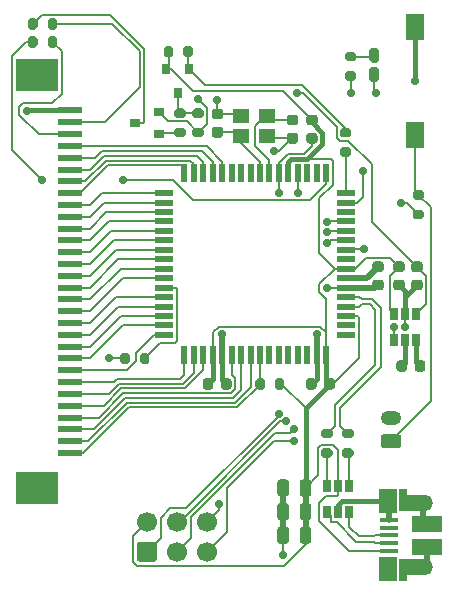
<source format=gbr>
G04 #@! TF.GenerationSoftware,KiCad,Pcbnew,(5.1.8)-1*
G04 #@! TF.CreationDate,2021-05-08T18:02:40-07:00*
G04 #@! TF.ProjectId,wired-sculpt,77697265-642d-4736-9375-6c70742e6b69,rev?*
G04 #@! TF.SameCoordinates,Original*
G04 #@! TF.FileFunction,Copper,L1,Top*
G04 #@! TF.FilePolarity,Positive*
%FSLAX46Y46*%
G04 Gerber Fmt 4.6, Leading zero omitted, Abs format (unit mm)*
G04 Created by KiCad (PCBNEW (5.1.8)-1) date 2021-05-08 18:02:40*
%MOMM*%
%LPD*%
G01*
G04 APERTURE LIST*
G04 #@! TA.AperFunction,ComponentPad*
%ADD10C,1.700000*%
G04 #@! TD*
G04 #@! TA.AperFunction,SMDPad,CuDef*
%ADD11R,0.650000X1.060000*%
G04 #@! TD*
G04 #@! TA.AperFunction,SMDPad,CuDef*
%ADD12R,1.500000X0.550000*%
G04 #@! TD*
G04 #@! TA.AperFunction,SMDPad,CuDef*
%ADD13R,0.550000X1.500000*%
G04 #@! TD*
G04 #@! TA.AperFunction,SMDPad,CuDef*
%ADD14R,2.000000X0.610000*%
G04 #@! TD*
G04 #@! TA.AperFunction,SMDPad,CuDef*
%ADD15R,3.600000X2.680000*%
G04 #@! TD*
G04 #@! TA.AperFunction,SMDPad,CuDef*
%ADD16R,2.000000X1.350000*%
G04 #@! TD*
G04 #@! TA.AperFunction,SMDPad,CuDef*
%ADD17R,0.700000X1.825000*%
G04 #@! TD*
G04 #@! TA.AperFunction,SMDPad,CuDef*
%ADD18R,1.500000X2.000000*%
G04 #@! TD*
G04 #@! TA.AperFunction,SMDPad,CuDef*
%ADD19R,1.650000X0.400000*%
G04 #@! TD*
G04 #@! TA.AperFunction,ComponentPad*
%ADD20O,1.500000X1.100000*%
G04 #@! TD*
G04 #@! TA.AperFunction,ComponentPad*
%ADD21O,1.700000X1.350000*%
G04 #@! TD*
G04 #@! TA.AperFunction,SMDPad,CuDef*
%ADD22R,2.500000X1.430000*%
G04 #@! TD*
G04 #@! TA.AperFunction,SMDPad,CuDef*
%ADD23R,1.600000X2.180000*%
G04 #@! TD*
G04 #@! TA.AperFunction,SMDPad,CuDef*
%ADD24R,1.400000X1.200000*%
G04 #@! TD*
G04 #@! TA.AperFunction,ComponentPad*
%ADD25O,1.750000X1.200000*%
G04 #@! TD*
G04 #@! TA.AperFunction,SMDPad,CuDef*
%ADD26R,0.800000X0.900000*%
G04 #@! TD*
G04 #@! TA.AperFunction,SMDPad,CuDef*
%ADD27R,0.900000X0.800000*%
G04 #@! TD*
G04 #@! TA.AperFunction,ViaPad*
%ADD28C,0.700000*%
G04 #@! TD*
G04 #@! TA.AperFunction,Conductor*
%ADD29C,0.200000*%
G04 #@! TD*
G04 #@! TA.AperFunction,Conductor*
%ADD30C,0.500000*%
G04 #@! TD*
G04 #@! TA.AperFunction,Conductor*
%ADD31C,0.400000*%
G04 #@! TD*
G04 APERTURE END LIST*
G04 #@! TO.P,J3,1*
G04 #@! TO.N,MISO*
G04 #@! TA.AperFunction,ComponentPad*
G36*
G01*
X135428000Y-77230000D02*
X134228000Y-77230000D01*
G75*
G02*
X133978000Y-76980000I0J250000D01*
G01*
X133978000Y-75780000D01*
G75*
G02*
X134228000Y-75530000I250000J0D01*
G01*
X135428000Y-75530000D01*
G75*
G02*
X135678000Y-75780000I0J-250000D01*
G01*
X135678000Y-76980000D01*
G75*
G02*
X135428000Y-77230000I-250000J0D01*
G01*
G37*
G04 #@! TD.AperFunction*
D10*
G04 #@! TO.P,J3,3*
G04 #@! TO.N,SCK*
X137368000Y-76380000D03*
G04 #@! TO.P,J3,5*
G04 #@! TO.N,RST*
X139908000Y-76380000D03*
G04 #@! TO.P,J3,2*
G04 #@! TO.N,VBUS*
X134828000Y-73840000D03*
G04 #@! TO.P,J3,4*
G04 #@! TO.N,MOSI*
X137368000Y-73840000D03*
G04 #@! TO.P,J3,6*
G04 #@! TO.N,GND*
X139908000Y-73840000D03*
G04 #@! TD*
G04 #@! TO.P,C8,1*
G04 #@! TO.N,Net-(C8-Pad1)*
G04 #@! TA.AperFunction,SMDPad,CuDef*
G36*
G01*
X146897000Y-39354000D02*
X147397000Y-39354000D01*
G75*
G02*
X147622000Y-39579000I0J-225000D01*
G01*
X147622000Y-40029000D01*
G75*
G02*
X147397000Y-40254000I-225000J0D01*
G01*
X146897000Y-40254000D01*
G75*
G02*
X146672000Y-40029000I0J225000D01*
G01*
X146672000Y-39579000D01*
G75*
G02*
X146897000Y-39354000I225000J0D01*
G01*
G37*
G04 #@! TD.AperFunction*
G04 #@! TO.P,C8,2*
G04 #@! TO.N,GND*
G04 #@! TA.AperFunction,SMDPad,CuDef*
G36*
G01*
X146897000Y-40904000D02*
X147397000Y-40904000D01*
G75*
G02*
X147622000Y-41129000I0J-225000D01*
G01*
X147622000Y-41579000D01*
G75*
G02*
X147397000Y-41804000I-225000J0D01*
G01*
X146897000Y-41804000D01*
G75*
G02*
X146672000Y-41579000I0J225000D01*
G01*
X146672000Y-41129000D01*
G75*
G02*
X146897000Y-40904000I225000J0D01*
G01*
G37*
G04 #@! TD.AperFunction*
G04 #@! TD*
G04 #@! TO.P,C12,1*
G04 #@! TO.N,GND*
G04 #@! TA.AperFunction,SMDPad,CuDef*
G36*
G01*
X141995000Y-61906000D02*
X141995000Y-62406000D01*
G75*
G02*
X141770000Y-62631000I-225000J0D01*
G01*
X141320000Y-62631000D01*
G75*
G02*
X141095000Y-62406000I0J225000D01*
G01*
X141095000Y-61906000D01*
G75*
G02*
X141320000Y-61681000I225000J0D01*
G01*
X141770000Y-61681000D01*
G75*
G02*
X141995000Y-61906000I0J-225000D01*
G01*
G37*
G04 #@! TD.AperFunction*
G04 #@! TO.P,C12,2*
G04 #@! TO.N,VBUS*
G04 #@! TA.AperFunction,SMDPad,CuDef*
G36*
G01*
X140445000Y-61906000D02*
X140445000Y-62406000D01*
G75*
G02*
X140220000Y-62631000I-225000J0D01*
G01*
X139770000Y-62631000D01*
G75*
G02*
X139545000Y-62406000I0J225000D01*
G01*
X139545000Y-61906000D01*
G75*
G02*
X139770000Y-61681000I225000J0D01*
G01*
X140220000Y-61681000D01*
G75*
G02*
X140445000Y-61906000I0J-225000D01*
G01*
G37*
G04 #@! TD.AperFunction*
G04 #@! TD*
G04 #@! TO.P,R9,1*
G04 #@! TO.N,LED*
G04 #@! TA.AperFunction,SMDPad,CuDef*
G36*
G01*
X152342000Y-36482000D02*
X151792000Y-36482000D01*
G75*
G02*
X151592000Y-36282000I0J200000D01*
G01*
X151592000Y-35882000D01*
G75*
G02*
X151792000Y-35682000I200000J0D01*
G01*
X152342000Y-35682000D01*
G75*
G02*
X152542000Y-35882000I0J-200000D01*
G01*
X152542000Y-36282000D01*
G75*
G02*
X152342000Y-36482000I-200000J0D01*
G01*
G37*
G04 #@! TD.AperFunction*
G04 #@! TO.P,R9,2*
G04 #@! TO.N,Net-(D1-Pad2)*
G04 #@! TA.AperFunction,SMDPad,CuDef*
G36*
G01*
X152342000Y-34832000D02*
X151792000Y-34832000D01*
G75*
G02*
X151592000Y-34632000I0J200000D01*
G01*
X151592000Y-34232000D01*
G75*
G02*
X151792000Y-34032000I200000J0D01*
G01*
X152342000Y-34032000D01*
G75*
G02*
X152542000Y-34232000I0J-200000D01*
G01*
X152542000Y-34632000D01*
G75*
G02*
X152342000Y-34832000I-200000J0D01*
G01*
G37*
G04 #@! TD.AperFunction*
G04 #@! TD*
G04 #@! TO.P,C3,1*
G04 #@! TO.N,GND*
G04 #@! TA.AperFunction,SMDPad,CuDef*
G36*
G01*
X145858000Y-71444000D02*
X145858000Y-70494000D01*
G75*
G02*
X146108000Y-70244000I250000J0D01*
G01*
X146608000Y-70244000D01*
G75*
G02*
X146858000Y-70494000I0J-250000D01*
G01*
X146858000Y-71444000D01*
G75*
G02*
X146608000Y-71694000I-250000J0D01*
G01*
X146108000Y-71694000D01*
G75*
G02*
X145858000Y-71444000I0J250000D01*
G01*
G37*
G04 #@! TD.AperFunction*
G04 #@! TO.P,C3,2*
G04 #@! TO.N,VBUS*
G04 #@! TA.AperFunction,SMDPad,CuDef*
G36*
G01*
X147758000Y-71444000D02*
X147758000Y-70494000D01*
G75*
G02*
X148008000Y-70244000I250000J0D01*
G01*
X148508000Y-70244000D01*
G75*
G02*
X148758000Y-70494000I0J-250000D01*
G01*
X148758000Y-71444000D01*
G75*
G02*
X148508000Y-71694000I-250000J0D01*
G01*
X148008000Y-71694000D01*
G75*
G02*
X147758000Y-71444000I0J250000D01*
G01*
G37*
G04 #@! TD.AperFunction*
G04 #@! TD*
D11*
G04 #@! TO.P,U1,1*
G04 #@! TO.N,/Din-*
X150050000Y-73000000D03*
G04 #@! TO.P,U1,2*
G04 #@! TO.N,GND*
X151000000Y-73000000D03*
G04 #@! TO.P,U1,3*
G04 #@! TO.N,/Din+*
X151950000Y-73000000D03*
G04 #@! TO.P,U1,4*
G04 #@! TO.N,/Dout+*
X151950000Y-70800000D03*
G04 #@! TO.P,U1,6*
G04 #@! TO.N,/Dout-*
X150050000Y-70800000D03*
G04 #@! TO.P,U1,5*
G04 #@! TO.N,VBUS*
X151000000Y-70800000D03*
G04 #@! TD*
D12*
G04 #@! TO.P,U3,1*
G04 #@! TO.N,Net-(U3-Pad1)*
X151700000Y-58000000D03*
G04 #@! TO.P,U3,2*
G04 #@! TO.N,Net-(U3-Pad2)*
X151700000Y-57200000D03*
G04 #@! TO.P,U3,3*
G04 #@! TO.N,VBUS*
X151700000Y-56400000D03*
G04 #@! TO.P,U3,4*
G04 #@! TO.N,/D-*
X151700000Y-55600000D03*
G04 #@! TO.P,U3,5*
G04 #@! TO.N,/D+*
X151700000Y-54800000D03*
G04 #@! TO.P,U3,6*
G04 #@! TO.N,GND*
X151700000Y-54000000D03*
G04 #@! TO.P,U3,7*
G04 #@! TO.N,Net-(C9-Pad1)*
X151700000Y-53200000D03*
G04 #@! TO.P,U3,8*
G04 #@! TO.N,VBUS*
X151700000Y-52400000D03*
G04 #@! TO.P,U3,9*
G04 #@! TO.N,Net-(U3-Pad9)*
X151700000Y-51600000D03*
G04 #@! TO.P,U3,10*
G04 #@! TO.N,PB0*
X151700000Y-50800000D03*
G04 #@! TO.P,U3,11*
G04 #@! TO.N,SCK*
X151700000Y-50000000D03*
G04 #@! TO.P,U3,12*
G04 #@! TO.N,MOSI*
X151700000Y-49200000D03*
G04 #@! TO.P,U3,13*
G04 #@! TO.N,MISO*
X151700000Y-48400000D03*
G04 #@! TO.P,U3,14*
G04 #@! TO.N,Net-(U3-Pad14)*
X151700000Y-47600000D03*
G04 #@! TO.P,U3,15*
G04 #@! TO.N,LED*
X151700000Y-46800000D03*
G04 #@! TO.P,U3,16*
G04 #@! TO.N,GREEN+*
X151700000Y-46000000D03*
D13*
G04 #@! TO.P,U3,17*
G04 #@! TO.N,RED+*
X150000000Y-44300000D03*
G04 #@! TO.P,U3,18*
G04 #@! TO.N,Net-(U3-Pad18)*
X149200000Y-44300000D03*
G04 #@! TO.P,U3,19*
G04 #@! TO.N,Net-(U3-Pad19)*
X148400000Y-44300000D03*
G04 #@! TO.P,U3,20*
G04 #@! TO.N,RST*
X147600000Y-44300000D03*
G04 #@! TO.P,U3,21*
G04 #@! TO.N,VBUS*
X146800000Y-44300000D03*
G04 #@! TO.P,U3,22*
G04 #@! TO.N,GND*
X146000000Y-44300000D03*
G04 #@! TO.P,U3,23*
G04 #@! TO.N,Net-(C8-Pad1)*
X145200000Y-44300000D03*
G04 #@! TO.P,U3,24*
G04 #@! TO.N,Net-(C7-Pad1)*
X144400000Y-44300000D03*
G04 #@! TO.P,U3,25*
G04 #@! TO.N,Net-(U3-Pad25)*
X143600000Y-44300000D03*
G04 #@! TO.P,U3,26*
G04 #@! TO.N,Net-(U3-Pad26)*
X142800000Y-44300000D03*
G04 #@! TO.P,U3,27*
G04 #@! TO.N,Net-(U3-Pad27)*
X142000000Y-44300000D03*
G04 #@! TO.P,U3,28*
G04 #@! TO.N,Net-(J2-Pad4)*
X141200000Y-44300000D03*
G04 #@! TO.P,U3,29*
G04 #@! TO.N,Net-(J2-Pad5)*
X140400000Y-44300000D03*
G04 #@! TO.P,U3,30*
G04 #@! TO.N,Net-(J2-Pad6)*
X139600000Y-44300000D03*
G04 #@! TO.P,U3,31*
G04 #@! TO.N,Net-(J2-Pad7)*
X138800000Y-44300000D03*
G04 #@! TO.P,U3,32*
G04 #@! TO.N,Net-(J2-Pad8)*
X138000000Y-44300000D03*
D12*
G04 #@! TO.P,U3,33*
G04 #@! TO.N,PE0*
X136300000Y-46000000D03*
G04 #@! TO.P,U3,34*
G04 #@! TO.N,PE1*
X136300000Y-46800000D03*
G04 #@! TO.P,U3,35*
G04 #@! TO.N,Net-(J2-Pad11)*
X136300000Y-47600000D03*
G04 #@! TO.P,U3,36*
G04 #@! TO.N,Net-(J2-Pad12)*
X136300000Y-48400000D03*
G04 #@! TO.P,U3,37*
G04 #@! TO.N,Net-(J2-Pad13)*
X136300000Y-49200000D03*
G04 #@! TO.P,U3,38*
G04 #@! TO.N,Net-(J2-Pad14)*
X136300000Y-50000000D03*
G04 #@! TO.P,U3,39*
G04 #@! TO.N,Net-(J2-Pad15)*
X136300000Y-50800000D03*
G04 #@! TO.P,U3,40*
G04 #@! TO.N,Net-(J2-Pad16)*
X136300000Y-51600000D03*
G04 #@! TO.P,U3,41*
G04 #@! TO.N,Net-(J2-Pad17)*
X136300000Y-52400000D03*
G04 #@! TO.P,U3,42*
G04 #@! TO.N,Net-(J2-Pad18)*
X136300000Y-53200000D03*
G04 #@! TO.P,U3,43*
G04 #@! TO.N,Net-(R3-Pad1)*
X136300000Y-54000000D03*
G04 #@! TO.P,U3,44*
G04 #@! TO.N,Net-(J2-Pad19)*
X136300000Y-54800000D03*
G04 #@! TO.P,U3,45*
G04 #@! TO.N,Net-(J2-Pad20)*
X136300000Y-55600000D03*
G04 #@! TO.P,U3,46*
G04 #@! TO.N,Net-(J2-Pad21)*
X136300000Y-56400000D03*
G04 #@! TO.P,U3,47*
G04 #@! TO.N,Net-(J2-Pad22)*
X136300000Y-57200000D03*
G04 #@! TO.P,U3,48*
G04 #@! TO.N,Net-(J2-Pad23)*
X136300000Y-58000000D03*
D13*
G04 #@! TO.P,U3,49*
G04 #@! TO.N,Net-(J2-Pad24)*
X138000000Y-59700000D03*
G04 #@! TO.P,U3,50*
G04 #@! TO.N,Net-(J2-Pad25)*
X138800000Y-59700000D03*
G04 #@! TO.P,U3,51*
G04 #@! TO.N,Net-(J2-Pad26)*
X139600000Y-59700000D03*
G04 #@! TO.P,U3,52*
G04 #@! TO.N,VBUS*
X140400000Y-59700000D03*
G04 #@! TO.P,U3,53*
G04 #@! TO.N,GND*
X141200000Y-59700000D03*
G04 #@! TO.P,U3,54*
G04 #@! TO.N,PF7*
X142000000Y-59700000D03*
G04 #@! TO.P,U3,55*
G04 #@! TO.N,PF6*
X142800000Y-59700000D03*
G04 #@! TO.P,U3,56*
G04 #@! TO.N,PF5*
X143600000Y-59700000D03*
G04 #@! TO.P,U3,57*
G04 #@! TO.N,PF4*
X144400000Y-59700000D03*
G04 #@! TO.P,U3,58*
G04 #@! TO.N,Net-(U3-Pad58)*
X145200000Y-59700000D03*
G04 #@! TO.P,U3,59*
G04 #@! TO.N,Net-(U3-Pad59)*
X146000000Y-59700000D03*
G04 #@! TO.P,U3,60*
G04 #@! TO.N,Net-(U3-Pad60)*
X146800000Y-59700000D03*
G04 #@! TO.P,U3,61*
G04 #@! TO.N,Net-(U3-Pad61)*
X147600000Y-59700000D03*
G04 #@! TO.P,U3,62*
G04 #@! TO.N,Net-(U3-Pad62)*
X148400000Y-59700000D03*
G04 #@! TO.P,U3,63*
G04 #@! TO.N,GND*
X149200000Y-59700000D03*
G04 #@! TO.P,U3,64*
G04 #@! TO.N,VBUS*
X150000000Y-59700000D03*
G04 #@! TD*
G04 #@! TO.P,R1,1*
G04 #@! TO.N,/D+*
G04 #@! TA.AperFunction,SMDPad,CuDef*
G36*
G01*
X151571000Y-65948000D02*
X152121000Y-65948000D01*
G75*
G02*
X152321000Y-66148000I0J-200000D01*
G01*
X152321000Y-66548000D01*
G75*
G02*
X152121000Y-66748000I-200000J0D01*
G01*
X151571000Y-66748000D01*
G75*
G02*
X151371000Y-66548000I0J200000D01*
G01*
X151371000Y-66148000D01*
G75*
G02*
X151571000Y-65948000I200000J0D01*
G01*
G37*
G04 #@! TD.AperFunction*
G04 #@! TO.P,R1,2*
G04 #@! TO.N,/Dout+*
G04 #@! TA.AperFunction,SMDPad,CuDef*
G36*
G01*
X151571000Y-67598000D02*
X152121000Y-67598000D01*
G75*
G02*
X152321000Y-67798000I0J-200000D01*
G01*
X152321000Y-68198000D01*
G75*
G02*
X152121000Y-68398000I-200000J0D01*
G01*
X151571000Y-68398000D01*
G75*
G02*
X151371000Y-68198000I0J200000D01*
G01*
X151371000Y-67798000D01*
G75*
G02*
X151571000Y-67598000I200000J0D01*
G01*
G37*
G04 #@! TD.AperFunction*
G04 #@! TD*
D14*
G04 #@! TO.P,J2,1*
G04 #@! TO.N,GND*
X128300000Y-39000000D03*
G04 #@! TO.P,J2,2*
G04 #@! TO.N,Net-(J2-Pad2)*
X128300000Y-40000000D03*
G04 #@! TO.P,J2,3*
G04 #@! TO.N,Net-(J2-Pad3)*
X128300000Y-41000000D03*
G04 #@! TO.P,J2,4*
G04 #@! TO.N,Net-(J2-Pad4)*
X128300000Y-42000000D03*
G04 #@! TO.P,J2,5*
G04 #@! TO.N,Net-(J2-Pad5)*
X128300000Y-43000000D03*
G04 #@! TO.P,J2,6*
G04 #@! TO.N,Net-(J2-Pad6)*
X128300000Y-44000000D03*
G04 #@! TO.P,J2,7*
G04 #@! TO.N,Net-(J2-Pad7)*
X128300000Y-45000000D03*
G04 #@! TO.P,J2,8*
G04 #@! TO.N,Net-(J2-Pad8)*
X128300000Y-46000000D03*
G04 #@! TO.P,J2,9*
G04 #@! TO.N,PE0*
X128300000Y-47000000D03*
G04 #@! TO.P,J2,10*
G04 #@! TO.N,PE1*
X128300000Y-48000000D03*
G04 #@! TO.P,J2,11*
G04 #@! TO.N,Net-(J2-Pad11)*
X128300000Y-49000000D03*
G04 #@! TO.P,J2,12*
G04 #@! TO.N,Net-(J2-Pad12)*
X128300000Y-50000000D03*
G04 #@! TO.P,J2,13*
G04 #@! TO.N,Net-(J2-Pad13)*
X128300000Y-51000000D03*
G04 #@! TO.P,J2,14*
G04 #@! TO.N,Net-(J2-Pad14)*
X128300000Y-52000000D03*
G04 #@! TO.P,J2,15*
G04 #@! TO.N,Net-(J2-Pad15)*
X128300000Y-53000000D03*
G04 #@! TO.P,J2,16*
G04 #@! TO.N,Net-(J2-Pad16)*
X128300000Y-54000000D03*
G04 #@! TO.P,J2,17*
G04 #@! TO.N,Net-(J2-Pad17)*
X128300000Y-55000000D03*
G04 #@! TO.P,J2,18*
G04 #@! TO.N,Net-(J2-Pad18)*
X128300000Y-56000000D03*
G04 #@! TO.P,J2,19*
G04 #@! TO.N,Net-(J2-Pad19)*
X128300000Y-57000000D03*
G04 #@! TO.P,J2,20*
G04 #@! TO.N,Net-(J2-Pad20)*
X128300000Y-58000000D03*
G04 #@! TO.P,J2,21*
G04 #@! TO.N,Net-(J2-Pad21)*
X128300000Y-59000000D03*
G04 #@! TO.P,J2,22*
G04 #@! TO.N,Net-(J2-Pad22)*
X128300000Y-60000000D03*
G04 #@! TO.P,J2,23*
G04 #@! TO.N,Net-(J2-Pad23)*
X128300000Y-61000000D03*
G04 #@! TO.P,J2,24*
G04 #@! TO.N,Net-(J2-Pad24)*
X128300000Y-62000000D03*
G04 #@! TO.P,J2,25*
G04 #@! TO.N,Net-(J2-Pad25)*
X128300000Y-63000000D03*
G04 #@! TO.P,J2,26*
G04 #@! TO.N,Net-(J2-Pad26)*
X128300000Y-64000000D03*
G04 #@! TO.P,J2,27*
G04 #@! TO.N,PF7*
X128300000Y-65000000D03*
G04 #@! TO.P,J2,28*
G04 #@! TO.N,PF6*
X128300000Y-66000000D03*
G04 #@! TO.P,J2,29*
G04 #@! TO.N,PF5*
X128300000Y-67000000D03*
G04 #@! TO.P,J2,30*
G04 #@! TO.N,PF4*
X128300000Y-68000000D03*
D15*
G04 #@! TO.P,J2,MP*
G04 #@! TO.N,N/C*
X125500000Y-36010000D03*
X125500000Y-70990000D03*
G04 #@! TD*
G04 #@! TO.P,C7,2*
G04 #@! TO.N,GND*
G04 #@! TA.AperFunction,SMDPad,CuDef*
G36*
G01*
X141047000Y-39746000D02*
X140547000Y-39746000D01*
G75*
G02*
X140322000Y-39521000I0J225000D01*
G01*
X140322000Y-39071000D01*
G75*
G02*
X140547000Y-38846000I225000J0D01*
G01*
X141047000Y-38846000D01*
G75*
G02*
X141272000Y-39071000I0J-225000D01*
G01*
X141272000Y-39521000D01*
G75*
G02*
X141047000Y-39746000I-225000J0D01*
G01*
G37*
G04 #@! TD.AperFunction*
G04 #@! TO.P,C7,1*
G04 #@! TO.N,Net-(C7-Pad1)*
G04 #@! TA.AperFunction,SMDPad,CuDef*
G36*
G01*
X141047000Y-41296000D02*
X140547000Y-41296000D01*
G75*
G02*
X140322000Y-41071000I0J225000D01*
G01*
X140322000Y-40621000D01*
G75*
G02*
X140547000Y-40396000I225000J0D01*
G01*
X141047000Y-40396000D01*
G75*
G02*
X141272000Y-40621000I0J-225000D01*
G01*
X141272000Y-41071000D01*
G75*
G02*
X141047000Y-41296000I-225000J0D01*
G01*
G37*
G04 #@! TD.AperFunction*
G04 #@! TD*
G04 #@! TO.P,C9,1*
G04 #@! TO.N,Net-(C9-Pad1)*
G04 #@! TA.AperFunction,SMDPad,CuDef*
G36*
G01*
X154136000Y-51787000D02*
X154636000Y-51787000D01*
G75*
G02*
X154861000Y-52012000I0J-225000D01*
G01*
X154861000Y-52462000D01*
G75*
G02*
X154636000Y-52687000I-225000J0D01*
G01*
X154136000Y-52687000D01*
G75*
G02*
X153911000Y-52462000I0J225000D01*
G01*
X153911000Y-52012000D01*
G75*
G02*
X154136000Y-51787000I225000J0D01*
G01*
G37*
G04 #@! TD.AperFunction*
G04 #@! TO.P,C9,2*
G04 #@! TO.N,GND*
G04 #@! TA.AperFunction,SMDPad,CuDef*
G36*
G01*
X154136000Y-53337000D02*
X154636000Y-53337000D01*
G75*
G02*
X154861000Y-53562000I0J-225000D01*
G01*
X154861000Y-54012000D01*
G75*
G02*
X154636000Y-54237000I-225000J0D01*
G01*
X154136000Y-54237000D01*
G75*
G02*
X153911000Y-54012000I0J225000D01*
G01*
X153911000Y-53562000D01*
G75*
G02*
X154136000Y-53337000I225000J0D01*
G01*
G37*
G04 #@! TD.AperFunction*
G04 #@! TD*
G04 #@! TO.P,D1,1*
G04 #@! TO.N,GND*
G04 #@! TA.AperFunction,SMDPad,CuDef*
G36*
G01*
X154279500Y-36569500D02*
X153854500Y-36569500D01*
G75*
G02*
X153642000Y-36357000I0J212500D01*
G01*
X153642000Y-35557000D01*
G75*
G02*
X153854500Y-35344500I212500J0D01*
G01*
X154279500Y-35344500D01*
G75*
G02*
X154492000Y-35557000I0J-212500D01*
G01*
X154492000Y-36357000D01*
G75*
G02*
X154279500Y-36569500I-212500J0D01*
G01*
G37*
G04 #@! TD.AperFunction*
G04 #@! TO.P,D1,2*
G04 #@! TO.N,Net-(D1-Pad2)*
G04 #@! TA.AperFunction,SMDPad,CuDef*
G36*
G01*
X154279500Y-34944500D02*
X153854500Y-34944500D01*
G75*
G02*
X153642000Y-34732000I0J212500D01*
G01*
X153642000Y-33932000D01*
G75*
G02*
X153854500Y-33719500I212500J0D01*
G01*
X154279500Y-33719500D01*
G75*
G02*
X154492000Y-33932000I0J-212500D01*
G01*
X154492000Y-34732000D01*
G75*
G02*
X154279500Y-34944500I-212500J0D01*
G01*
G37*
G04 #@! TD.AperFunction*
G04 #@! TD*
D16*
G04 #@! TO.P,J1,6*
G04 #@! TO.N,GND*
X157300000Y-72210000D03*
X157300000Y-77690000D03*
D17*
X156550000Y-77910000D03*
X156550000Y-71960000D03*
D18*
X155250000Y-77810000D03*
X155230000Y-72060000D03*
D19*
G04 #@! TO.P,J1,1*
G04 #@! TO.N,VBUS*
X155350000Y-76260000D03*
G04 #@! TO.P,J1,2*
G04 #@! TO.N,/Din-*
X155350000Y-75610000D03*
G04 #@! TO.P,J1,3*
G04 #@! TO.N,/Din+*
X155350000Y-74960000D03*
G04 #@! TO.P,J1,4*
G04 #@! TO.N,Net-(J1-Pad4)*
X155350000Y-74310000D03*
G04 #@! TO.P,J1,5*
G04 #@! TO.N,GND*
X155350000Y-73660000D03*
D20*
G04 #@! TO.P,J1,6*
X155230000Y-77380000D03*
X155230000Y-72540000D03*
D21*
X158230000Y-77690000D03*
X158230000Y-72230000D03*
D22*
X158500000Y-75920000D03*
X158500000Y-74000000D03*
G04 #@! TD*
G04 #@! TO.P,R2,2*
G04 #@! TO.N,/Dout-*
G04 #@! TA.AperFunction,SMDPad,CuDef*
G36*
G01*
X149793000Y-67598000D02*
X150343000Y-67598000D01*
G75*
G02*
X150543000Y-67798000I0J-200000D01*
G01*
X150543000Y-68198000D01*
G75*
G02*
X150343000Y-68398000I-200000J0D01*
G01*
X149793000Y-68398000D01*
G75*
G02*
X149593000Y-68198000I0J200000D01*
G01*
X149593000Y-67798000D01*
G75*
G02*
X149793000Y-67598000I200000J0D01*
G01*
G37*
G04 #@! TD.AperFunction*
G04 #@! TO.P,R2,1*
G04 #@! TO.N,/D-*
G04 #@! TA.AperFunction,SMDPad,CuDef*
G36*
G01*
X149793000Y-65948000D02*
X150343000Y-65948000D01*
G75*
G02*
X150543000Y-66148000I0J-200000D01*
G01*
X150543000Y-66548000D01*
G75*
G02*
X150343000Y-66748000I-200000J0D01*
G01*
X149793000Y-66748000D01*
G75*
G02*
X149593000Y-66548000I0J200000D01*
G01*
X149593000Y-66148000D01*
G75*
G02*
X149793000Y-65948000I200000J0D01*
G01*
G37*
G04 #@! TD.AperFunction*
G04 #@! TD*
D23*
G04 #@! TO.P,SW1,1*
G04 #@! TO.N,GND*
X157500000Y-31910000D03*
G04 #@! TO.P,SW1,2*
G04 #@! TO.N,Net-(R10-Pad2)*
X157500000Y-41090000D03*
G04 #@! TD*
D24*
G04 #@! TO.P,Y1,1*
G04 #@! TO.N,Net-(C7-Pad1)*
X142808500Y-41162000D03*
G04 #@! TO.P,Y1,2*
G04 #@! TO.N,GND*
X145008500Y-41162000D03*
G04 #@! TO.P,Y1,3*
G04 #@! TO.N,Net-(C8-Pad1)*
X145008500Y-39462000D03*
G04 #@! TO.P,Y1,4*
G04 #@! TO.N,GND*
X142808500Y-39462000D03*
G04 #@! TD*
G04 #@! TO.P,R3,1*
G04 #@! TO.N,Net-(R3-Pad1)*
G04 #@! TA.AperFunction,SMDPad,CuDef*
G36*
G01*
X135025000Y-59725000D02*
X135025000Y-60275000D01*
G75*
G02*
X134825000Y-60475000I-200000J0D01*
G01*
X134425000Y-60475000D01*
G75*
G02*
X134225000Y-60275000I0J200000D01*
G01*
X134225000Y-59725000D01*
G75*
G02*
X134425000Y-59525000I200000J0D01*
G01*
X134825000Y-59525000D01*
G75*
G02*
X135025000Y-59725000I0J-200000D01*
G01*
G37*
G04 #@! TD.AperFunction*
G04 #@! TO.P,R3,2*
G04 #@! TO.N,GND*
G04 #@! TA.AperFunction,SMDPad,CuDef*
G36*
G01*
X133375000Y-59725000D02*
X133375000Y-60275000D01*
G75*
G02*
X133175000Y-60475000I-200000J0D01*
G01*
X132775000Y-60475000D01*
G75*
G02*
X132575000Y-60275000I0J200000D01*
G01*
X132575000Y-59725000D01*
G75*
G02*
X132775000Y-59525000I200000J0D01*
G01*
X133175000Y-59525000D01*
G75*
G02*
X133375000Y-59725000I0J-200000D01*
G01*
G37*
G04 #@! TD.AperFunction*
G04 #@! TD*
G04 #@! TO.P,R10,1*
G04 #@! TO.N,RST*
G04 #@! TA.AperFunction,SMDPad,CuDef*
G36*
G01*
X158075000Y-48200000D02*
X157525000Y-48200000D01*
G75*
G02*
X157325000Y-48000000I0J200000D01*
G01*
X157325000Y-47600000D01*
G75*
G02*
X157525000Y-47400000I200000J0D01*
G01*
X158075000Y-47400000D01*
G75*
G02*
X158275000Y-47600000I0J-200000D01*
G01*
X158275000Y-48000000D01*
G75*
G02*
X158075000Y-48200000I-200000J0D01*
G01*
G37*
G04 #@! TD.AperFunction*
G04 #@! TO.P,R10,2*
G04 #@! TO.N,Net-(R10-Pad2)*
G04 #@! TA.AperFunction,SMDPad,CuDef*
G36*
G01*
X158075000Y-46550000D02*
X157525000Y-46550000D01*
G75*
G02*
X157325000Y-46350000I0J200000D01*
G01*
X157325000Y-45950000D01*
G75*
G02*
X157525000Y-45750000I200000J0D01*
G01*
X158075000Y-45750000D01*
G75*
G02*
X158275000Y-45950000I0J-200000D01*
G01*
X158275000Y-46350000D01*
G75*
G02*
X158075000Y-46550000I-200000J0D01*
G01*
G37*
G04 #@! TD.AperFunction*
G04 #@! TD*
G04 #@! TO.P,C1,1*
G04 #@! TO.N,GND*
G04 #@! TA.AperFunction,SMDPad,CuDef*
G36*
G01*
X145858000Y-75444000D02*
X145858000Y-74494000D01*
G75*
G02*
X146108000Y-74244000I250000J0D01*
G01*
X146608000Y-74244000D01*
G75*
G02*
X146858000Y-74494000I0J-250000D01*
G01*
X146858000Y-75444000D01*
G75*
G02*
X146608000Y-75694000I-250000J0D01*
G01*
X146108000Y-75694000D01*
G75*
G02*
X145858000Y-75444000I0J250000D01*
G01*
G37*
G04 #@! TD.AperFunction*
G04 #@! TO.P,C1,2*
G04 #@! TO.N,VBUS*
G04 #@! TA.AperFunction,SMDPad,CuDef*
G36*
G01*
X147758000Y-75444000D02*
X147758000Y-74494000D01*
G75*
G02*
X148008000Y-74244000I250000J0D01*
G01*
X148508000Y-74244000D01*
G75*
G02*
X148758000Y-74494000I0J-250000D01*
G01*
X148758000Y-75444000D01*
G75*
G02*
X148508000Y-75694000I-250000J0D01*
G01*
X148008000Y-75694000D01*
G75*
G02*
X147758000Y-75444000I0J250000D01*
G01*
G37*
G04 #@! TD.AperFunction*
G04 #@! TD*
G04 #@! TO.P,C2,2*
G04 #@! TO.N,VBUS*
G04 #@! TA.AperFunction,SMDPad,CuDef*
G36*
G01*
X147758000Y-73444000D02*
X147758000Y-72494000D01*
G75*
G02*
X148008000Y-72244000I250000J0D01*
G01*
X148508000Y-72244000D01*
G75*
G02*
X148758000Y-72494000I0J-250000D01*
G01*
X148758000Y-73444000D01*
G75*
G02*
X148508000Y-73694000I-250000J0D01*
G01*
X148008000Y-73694000D01*
G75*
G02*
X147758000Y-73444000I0J250000D01*
G01*
G37*
G04 #@! TD.AperFunction*
G04 #@! TO.P,C2,1*
G04 #@! TO.N,GND*
G04 #@! TA.AperFunction,SMDPad,CuDef*
G36*
G01*
X145858000Y-73444000D02*
X145858000Y-72494000D01*
G75*
G02*
X146108000Y-72244000I250000J0D01*
G01*
X146608000Y-72244000D01*
G75*
G02*
X146858000Y-72494000I0J-250000D01*
G01*
X146858000Y-73444000D01*
G75*
G02*
X146608000Y-73694000I-250000J0D01*
G01*
X146108000Y-73694000D01*
G75*
G02*
X145858000Y-73444000I0J250000D01*
G01*
G37*
G04 #@! TD.AperFunction*
G04 #@! TD*
G04 #@! TO.P,R4,1*
G04 #@! TO.N,VBUS*
G04 #@! TA.AperFunction,SMDPad,CuDef*
G36*
G01*
X146467000Y-61881000D02*
X146467000Y-62431000D01*
G75*
G02*
X146267000Y-62631000I-200000J0D01*
G01*
X145867000Y-62631000D01*
G75*
G02*
X145667000Y-62431000I0J200000D01*
G01*
X145667000Y-61881000D01*
G75*
G02*
X145867000Y-61681000I200000J0D01*
G01*
X146267000Y-61681000D01*
G75*
G02*
X146467000Y-61881000I0J-200000D01*
G01*
G37*
G04 #@! TD.AperFunction*
G04 #@! TO.P,R4,2*
G04 #@! TO.N,PF4*
G04 #@! TA.AperFunction,SMDPad,CuDef*
G36*
G01*
X144817000Y-61881000D02*
X144817000Y-62431000D01*
G75*
G02*
X144617000Y-62631000I-200000J0D01*
G01*
X144217000Y-62631000D01*
G75*
G02*
X144017000Y-62431000I0J200000D01*
G01*
X144017000Y-61881000D01*
G75*
G02*
X144217000Y-61681000I200000J0D01*
G01*
X144617000Y-61681000D01*
G75*
G02*
X144817000Y-61881000I0J-200000D01*
G01*
G37*
G04 #@! TD.AperFunction*
G04 #@! TD*
G04 #@! TO.P,SW2,1*
G04 #@! TO.N,Net-(R10-Pad2)*
G04 #@! TA.AperFunction,ComponentPad*
G36*
G01*
X156125001Y-67600000D02*
X154874999Y-67600000D01*
G75*
G02*
X154625000Y-67350001I0J249999D01*
G01*
X154625000Y-66649999D01*
G75*
G02*
X154874999Y-66400000I249999J0D01*
G01*
X156125001Y-66400000D01*
G75*
G02*
X156375000Y-66649999I0J-249999D01*
G01*
X156375000Y-67350001D01*
G75*
G02*
X156125001Y-67600000I-249999J0D01*
G01*
G37*
G04 #@! TD.AperFunction*
D25*
G04 #@! TO.P,SW2,2*
G04 #@! TO.N,GND*
X155500000Y-65000000D03*
G04 #@! TD*
G04 #@! TO.P,C11,2*
G04 #@! TO.N,VBUS*
G04 #@! TA.AperFunction,SMDPad,CuDef*
G36*
G01*
X149845000Y-62406000D02*
X149845000Y-61906000D01*
G75*
G02*
X150070000Y-61681000I225000J0D01*
G01*
X150520000Y-61681000D01*
G75*
G02*
X150745000Y-61906000I0J-225000D01*
G01*
X150745000Y-62406000D01*
G75*
G02*
X150520000Y-62631000I-225000J0D01*
G01*
X150070000Y-62631000D01*
G75*
G02*
X149845000Y-62406000I0J225000D01*
G01*
G37*
G04 #@! TD.AperFunction*
G04 #@! TO.P,C11,1*
G04 #@! TO.N,GND*
G04 #@! TA.AperFunction,SMDPad,CuDef*
G36*
G01*
X148295000Y-62406000D02*
X148295000Y-61906000D01*
G75*
G02*
X148520000Y-61681000I225000J0D01*
G01*
X148970000Y-61681000D01*
G75*
G02*
X149195000Y-61906000I0J-225000D01*
G01*
X149195000Y-62406000D01*
G75*
G02*
X148970000Y-62631000I-225000J0D01*
G01*
X148520000Y-62631000D01*
G75*
G02*
X148295000Y-62406000I0J225000D01*
G01*
G37*
G04 #@! TD.AperFunction*
G04 #@! TD*
G04 #@! TO.P,C10,1*
G04 #@! TO.N,GND*
G04 #@! TA.AperFunction,SMDPad,CuDef*
G36*
G01*
X149048000Y-41804000D02*
X148548000Y-41804000D01*
G75*
G02*
X148323000Y-41579000I0J225000D01*
G01*
X148323000Y-41129000D01*
G75*
G02*
X148548000Y-40904000I225000J0D01*
G01*
X149048000Y-40904000D01*
G75*
G02*
X149273000Y-41129000I0J-225000D01*
G01*
X149273000Y-41579000D01*
G75*
G02*
X149048000Y-41804000I-225000J0D01*
G01*
G37*
G04 #@! TD.AperFunction*
G04 #@! TO.P,C10,2*
G04 #@! TO.N,VBUS*
G04 #@! TA.AperFunction,SMDPad,CuDef*
G36*
G01*
X149048000Y-40254000D02*
X148548000Y-40254000D01*
G75*
G02*
X148323000Y-40029000I0J225000D01*
G01*
X148323000Y-39579000D01*
G75*
G02*
X148548000Y-39354000I225000J0D01*
G01*
X149048000Y-39354000D01*
G75*
G02*
X149273000Y-39579000I0J-225000D01*
G01*
X149273000Y-40029000D01*
G75*
G02*
X149048000Y-40254000I-225000J0D01*
G01*
G37*
G04 #@! TD.AperFunction*
G04 #@! TD*
G04 #@! TO.P,C4,1*
G04 #@! TO.N,Net-(C4-Pad1)*
G04 #@! TA.AperFunction,SMDPad,CuDef*
G36*
G01*
X155955000Y-60882000D02*
X155955000Y-60382000D01*
G75*
G02*
X156180000Y-60157000I225000J0D01*
G01*
X156630000Y-60157000D01*
G75*
G02*
X156855000Y-60382000I0J-225000D01*
G01*
X156855000Y-60882000D01*
G75*
G02*
X156630000Y-61107000I-225000J0D01*
G01*
X156180000Y-61107000D01*
G75*
G02*
X155955000Y-60882000I0J225000D01*
G01*
G37*
G04 #@! TD.AperFunction*
G04 #@! TO.P,C4,2*
G04 #@! TO.N,Net-(C4-Pad2)*
G04 #@! TA.AperFunction,SMDPad,CuDef*
G36*
G01*
X157505000Y-60882000D02*
X157505000Y-60382000D01*
G75*
G02*
X157730000Y-60157000I225000J0D01*
G01*
X158180000Y-60157000D01*
G75*
G02*
X158405000Y-60382000I0J-225000D01*
G01*
X158405000Y-60882000D01*
G75*
G02*
X158180000Y-61107000I-225000J0D01*
G01*
X157730000Y-61107000D01*
G75*
G02*
X157505000Y-60882000I0J225000D01*
G01*
G37*
G04 #@! TD.AperFunction*
G04 #@! TD*
G04 #@! TO.P,C5,2*
G04 #@! TO.N,VBUS*
G04 #@! TA.AperFunction,SMDPad,CuDef*
G36*
G01*
X156414000Y-52687000D02*
X155914000Y-52687000D01*
G75*
G02*
X155689000Y-52462000I0J225000D01*
G01*
X155689000Y-52012000D01*
G75*
G02*
X155914000Y-51787000I225000J0D01*
G01*
X156414000Y-51787000D01*
G75*
G02*
X156639000Y-52012000I0J-225000D01*
G01*
X156639000Y-52462000D01*
G75*
G02*
X156414000Y-52687000I-225000J0D01*
G01*
G37*
G04 #@! TD.AperFunction*
G04 #@! TO.P,C5,1*
G04 #@! TO.N,GND*
G04 #@! TA.AperFunction,SMDPad,CuDef*
G36*
G01*
X156414000Y-54237000D02*
X155914000Y-54237000D01*
G75*
G02*
X155689000Y-54012000I0J225000D01*
G01*
X155689000Y-53562000D01*
G75*
G02*
X155914000Y-53337000I225000J0D01*
G01*
X156414000Y-53337000D01*
G75*
G02*
X156639000Y-53562000I0J-225000D01*
G01*
X156639000Y-54012000D01*
G75*
G02*
X156414000Y-54237000I-225000J0D01*
G01*
G37*
G04 #@! TD.AperFunction*
G04 #@! TD*
G04 #@! TO.P,C6,1*
G04 #@! TO.N,GND*
G04 #@! TA.AperFunction,SMDPad,CuDef*
G36*
G01*
X157938000Y-54237000D02*
X157438000Y-54237000D01*
G75*
G02*
X157213000Y-54012000I0J225000D01*
G01*
X157213000Y-53562000D01*
G75*
G02*
X157438000Y-53337000I225000J0D01*
G01*
X157938000Y-53337000D01*
G75*
G02*
X158163000Y-53562000I0J-225000D01*
G01*
X158163000Y-54012000D01*
G75*
G02*
X157938000Y-54237000I-225000J0D01*
G01*
G37*
G04 #@! TD.AperFunction*
G04 #@! TO.P,C6,2*
G04 #@! TO.N,-5V*
G04 #@! TA.AperFunction,SMDPad,CuDef*
G36*
G01*
X157938000Y-52687000D02*
X157438000Y-52687000D01*
G75*
G02*
X157213000Y-52462000I0J225000D01*
G01*
X157213000Y-52012000D01*
G75*
G02*
X157438000Y-51787000I225000J0D01*
G01*
X157938000Y-51787000D01*
G75*
G02*
X158163000Y-52012000I0J-225000D01*
G01*
X158163000Y-52462000D01*
G75*
G02*
X157938000Y-52687000I-225000J0D01*
G01*
G37*
G04 #@! TD.AperFunction*
G04 #@! TD*
D11*
G04 #@! TO.P,U2,1*
G04 #@! TO.N,-5V*
X157622000Y-56230000D03*
G04 #@! TO.P,U2,2*
G04 #@! TO.N,GND*
X156672000Y-56230000D03*
G04 #@! TO.P,U2,3*
G04 #@! TO.N,VBUS*
X155722000Y-56230000D03*
G04 #@! TO.P,U2,4*
G04 #@! TO.N,PB0*
X155722000Y-58430000D03*
G04 #@! TO.P,U2,6*
G04 #@! TO.N,Net-(C4-Pad2)*
X157622000Y-58430000D03*
G04 #@! TO.P,U2,5*
G04 #@! TO.N,Net-(C4-Pad1)*
X156672000Y-58430000D03*
G04 #@! TD*
D26*
G04 #@! TO.P,Q1,1*
G04 #@! TO.N,Net-(Q1-Pad1)*
X138384000Y-35486000D03*
G04 #@! TO.P,Q1,2*
G04 #@! TO.N,VBUS*
X136484000Y-35486000D03*
G04 #@! TO.P,Q1,3*
G04 #@! TO.N,Net-(Q1-Pad3)*
X137434000Y-37486000D03*
G04 #@! TD*
D27*
G04 #@! TO.P,Q2,3*
G04 #@! TO.N,GREEN-*
X133828000Y-40058000D03*
G04 #@! TO.P,Q2,2*
G04 #@! TO.N,-5V*
X135828000Y-39108000D03*
G04 #@! TO.P,Q2,1*
G04 #@! TO.N,Net-(Q2-Pad1)*
X135828000Y-41008000D03*
G04 #@! TD*
G04 #@! TO.P,R5,2*
G04 #@! TO.N,VBUS*
G04 #@! TA.AperFunction,SMDPad,CuDef*
G36*
G01*
X137070500Y-33750500D02*
X137070500Y-34300500D01*
G75*
G02*
X136870500Y-34500500I-200000J0D01*
G01*
X136470500Y-34500500D01*
G75*
G02*
X136270500Y-34300500I0J200000D01*
G01*
X136270500Y-33750500D01*
G75*
G02*
X136470500Y-33550500I200000J0D01*
G01*
X136870500Y-33550500D01*
G75*
G02*
X137070500Y-33750500I0J-200000D01*
G01*
G37*
G04 #@! TD.AperFunction*
G04 #@! TO.P,R5,1*
G04 #@! TO.N,Net-(Q1-Pad1)*
G04 #@! TA.AperFunction,SMDPad,CuDef*
G36*
G01*
X138720500Y-33750500D02*
X138720500Y-34300500D01*
G75*
G02*
X138520500Y-34500500I-200000J0D01*
G01*
X138120500Y-34500500D01*
G75*
G02*
X137920500Y-34300500I0J200000D01*
G01*
X137920500Y-33750500D01*
G75*
G02*
X138120500Y-33550500I200000J0D01*
G01*
X138520500Y-33550500D01*
G75*
G02*
X138720500Y-33750500I0J-200000D01*
G01*
G37*
G04 #@! TD.AperFunction*
G04 #@! TD*
G04 #@! TO.P,R6,1*
G04 #@! TO.N,Net-(Q1-Pad1)*
G04 #@! TA.AperFunction,SMDPad,CuDef*
G36*
G01*
X151380500Y-40483500D02*
X151930500Y-40483500D01*
G75*
G02*
X152130500Y-40683500I0J-200000D01*
G01*
X152130500Y-41083500D01*
G75*
G02*
X151930500Y-41283500I-200000J0D01*
G01*
X151380500Y-41283500D01*
G75*
G02*
X151180500Y-41083500I0J200000D01*
G01*
X151180500Y-40683500D01*
G75*
G02*
X151380500Y-40483500I200000J0D01*
G01*
G37*
G04 #@! TD.AperFunction*
G04 #@! TO.P,R6,2*
G04 #@! TO.N,GREEN+*
G04 #@! TA.AperFunction,SMDPad,CuDef*
G36*
G01*
X151380500Y-42133500D02*
X151930500Y-42133500D01*
G75*
G02*
X152130500Y-42333500I0J-200000D01*
G01*
X152130500Y-42733500D01*
G75*
G02*
X151930500Y-42933500I-200000J0D01*
G01*
X151380500Y-42933500D01*
G75*
G02*
X151180500Y-42733500I0J200000D01*
G01*
X151180500Y-42333500D01*
G75*
G02*
X151380500Y-42133500I200000J0D01*
G01*
G37*
G04 #@! TD.AperFunction*
G04 #@! TD*
G04 #@! TO.P,R7,2*
G04 #@! TO.N,Net-(Q1-Pad3)*
G04 #@! TA.AperFunction,SMDPad,CuDef*
G36*
G01*
X137897000Y-39633000D02*
X137347000Y-39633000D01*
G75*
G02*
X137147000Y-39433000I0J200000D01*
G01*
X137147000Y-39033000D01*
G75*
G02*
X137347000Y-38833000I200000J0D01*
G01*
X137897000Y-38833000D01*
G75*
G02*
X138097000Y-39033000I0J-200000D01*
G01*
X138097000Y-39433000D01*
G75*
G02*
X137897000Y-39633000I-200000J0D01*
G01*
G37*
G04 #@! TD.AperFunction*
G04 #@! TO.P,R7,1*
G04 #@! TO.N,Net-(Q2-Pad1)*
G04 #@! TA.AperFunction,SMDPad,CuDef*
G36*
G01*
X137897000Y-41283000D02*
X137347000Y-41283000D01*
G75*
G02*
X137147000Y-41083000I0J200000D01*
G01*
X137147000Y-40683000D01*
G75*
G02*
X137347000Y-40483000I200000J0D01*
G01*
X137897000Y-40483000D01*
G75*
G02*
X138097000Y-40683000I0J-200000D01*
G01*
X138097000Y-41083000D01*
G75*
G02*
X137897000Y-41283000I-200000J0D01*
G01*
G37*
G04 #@! TD.AperFunction*
G04 #@! TD*
G04 #@! TO.P,R8,1*
G04 #@! TO.N,-5V*
G04 #@! TA.AperFunction,SMDPad,CuDef*
G36*
G01*
X139421000Y-41283000D02*
X138871000Y-41283000D01*
G75*
G02*
X138671000Y-41083000I0J200000D01*
G01*
X138671000Y-40683000D01*
G75*
G02*
X138871000Y-40483000I200000J0D01*
G01*
X139421000Y-40483000D01*
G75*
G02*
X139621000Y-40683000I0J-200000D01*
G01*
X139621000Y-41083000D01*
G75*
G02*
X139421000Y-41283000I-200000J0D01*
G01*
G37*
G04 #@! TD.AperFunction*
G04 #@! TO.P,R8,2*
G04 #@! TO.N,Net-(Q1-Pad3)*
G04 #@! TA.AperFunction,SMDPad,CuDef*
G36*
G01*
X139421000Y-39633000D02*
X138871000Y-39633000D01*
G75*
G02*
X138671000Y-39433000I0J200000D01*
G01*
X138671000Y-39033000D01*
G75*
G02*
X138871000Y-38833000I200000J0D01*
G01*
X139421000Y-38833000D01*
G75*
G02*
X139621000Y-39033000I0J-200000D01*
G01*
X139621000Y-39433000D01*
G75*
G02*
X139421000Y-39633000I-200000J0D01*
G01*
G37*
G04 #@! TD.AperFunction*
G04 #@! TD*
G04 #@! TO.P,R11,2*
G04 #@! TO.N,Net-(J2-Pad3)*
G04 #@! TA.AperFunction,SMDPad,CuDef*
G36*
G01*
X126426000Y-33475000D02*
X126426000Y-32925000D01*
G75*
G02*
X126626000Y-32725000I200000J0D01*
G01*
X127026000Y-32725000D01*
G75*
G02*
X127226000Y-32925000I0J-200000D01*
G01*
X127226000Y-33475000D01*
G75*
G02*
X127026000Y-33675000I-200000J0D01*
G01*
X126626000Y-33675000D01*
G75*
G02*
X126426000Y-33475000I0J200000D01*
G01*
G37*
G04 #@! TD.AperFunction*
G04 #@! TO.P,R11,1*
G04 #@! TO.N,RED+*
G04 #@! TA.AperFunction,SMDPad,CuDef*
G36*
G01*
X124776000Y-33475000D02*
X124776000Y-32925000D01*
G75*
G02*
X124976000Y-32725000I200000J0D01*
G01*
X125376000Y-32725000D01*
G75*
G02*
X125576000Y-32925000I0J-200000D01*
G01*
X125576000Y-33475000D01*
G75*
G02*
X125376000Y-33675000I-200000J0D01*
G01*
X124976000Y-33675000D01*
G75*
G02*
X124776000Y-33475000I0J200000D01*
G01*
G37*
G04 #@! TD.AperFunction*
G04 #@! TD*
G04 #@! TO.P,R12,1*
G04 #@! TO.N,GREEN-*
G04 #@! TA.AperFunction,SMDPad,CuDef*
G36*
G01*
X124776000Y-31951000D02*
X124776000Y-31401000D01*
G75*
G02*
X124976000Y-31201000I200000J0D01*
G01*
X125376000Y-31201000D01*
G75*
G02*
X125576000Y-31401000I0J-200000D01*
G01*
X125576000Y-31951000D01*
G75*
G02*
X125376000Y-32151000I-200000J0D01*
G01*
X124976000Y-32151000D01*
G75*
G02*
X124776000Y-31951000I0J200000D01*
G01*
G37*
G04 #@! TD.AperFunction*
G04 #@! TO.P,R12,2*
G04 #@! TO.N,Net-(J2-Pad2)*
G04 #@! TA.AperFunction,SMDPad,CuDef*
G36*
G01*
X126426000Y-31951000D02*
X126426000Y-31401000D01*
G75*
G02*
X126626000Y-31201000I200000J0D01*
G01*
X127026000Y-31201000D01*
G75*
G02*
X127226000Y-31401000I0J-200000D01*
G01*
X127226000Y-31951000D01*
G75*
G02*
X127026000Y-32151000I-200000J0D01*
G01*
X126626000Y-32151000D01*
G75*
G02*
X126426000Y-31951000I0J200000D01*
G01*
G37*
G04 #@! TD.AperFunction*
G04 #@! TD*
D28*
G04 #@! TO.N,GND*
X141200000Y-57950000D03*
X149200000Y-57950000D03*
X124668000Y-39042000D03*
X157500000Y-36500000D03*
X154259000Y-37518000D03*
X156672000Y-57330000D03*
X131600000Y-60000000D03*
X145623000Y-42471000D03*
X140797000Y-38153000D03*
X146385000Y-76634000D03*
X140924000Y-72316000D03*
X146004000Y-45963500D03*
X150068000Y-54028000D03*
G04 #@! TO.N,LED*
X153116000Y-44122000D03*
X152100000Y-37518000D03*
G04 #@! TO.N,MISO*
X150068000Y-48417994D03*
X145974000Y-64686338D03*
G04 #@! TO.N,MOSI*
X150068000Y-49317997D03*
X146624000Y-65329603D03*
G04 #@! TO.N,SCK*
X150068000Y-50218000D03*
X147274000Y-65966000D03*
G04 #@! TO.N,RST*
X147591500Y-45963500D03*
X156354500Y-46852500D03*
X147274000Y-66982000D03*
G04 #@! TO.N,-5V*
X139146000Y-38026000D03*
X147528000Y-37518000D03*
G04 #@! TO.N,RED+*
X132796000Y-44884000D03*
X125938000Y-44884000D03*
G04 #@! TO.N,PB0*
X155719500Y-57330000D03*
X153167697Y-50771063D03*
G04 #@! TD*
D29*
G04 #@! TO.N,GND*
X146020000Y-44280000D02*
X146000000Y-44300000D01*
D30*
X158230000Y-73730000D02*
X158500000Y-74000000D01*
X158230000Y-72230000D02*
X158230000Y-73730000D01*
X158500000Y-77420000D02*
X158230000Y-77690000D01*
X158500000Y-75920000D02*
X158500000Y-77420000D01*
X141200000Y-59700000D02*
X141200000Y-57950000D01*
X149200000Y-57950000D02*
X149200000Y-59700000D01*
X155350000Y-72660000D02*
X155230000Y-72540000D01*
X155350000Y-73660000D02*
X155350000Y-72660000D01*
D31*
X154759999Y-72069999D02*
X155230000Y-72540000D01*
X151304999Y-72069999D02*
X154759999Y-72069999D01*
X151000000Y-72374998D02*
X151304999Y-72069999D01*
X151000000Y-73000000D02*
X151000000Y-72374998D01*
D30*
X146358000Y-74969000D02*
X146358000Y-72969000D01*
X146358000Y-72969000D02*
X146358000Y-70969000D01*
D31*
X124710000Y-39000000D02*
X124668000Y-39042000D01*
X128300000Y-39000000D02*
X124710000Y-39000000D01*
D29*
X154067000Y-37326000D02*
X154259000Y-37518000D01*
X154067000Y-35957000D02*
X154067000Y-37326000D01*
D31*
X157500000Y-36500000D02*
X157500000Y-31910000D01*
X156672000Y-54295000D02*
X156672000Y-56230000D01*
X156164000Y-53787000D02*
X156672000Y-54295000D01*
X156672000Y-54803000D02*
X156672000Y-56230000D01*
X157688000Y-53787000D02*
X156672000Y-54803000D01*
D29*
X156672000Y-57330000D02*
X156672000Y-56230000D01*
D31*
X149200000Y-61701000D02*
X148745000Y-62156000D01*
X149200000Y-59700000D02*
X149200000Y-61701000D01*
X141200000Y-61811000D02*
X141545000Y-62156000D01*
X141200000Y-59700000D02*
X141200000Y-61811000D01*
D30*
X154173000Y-54000000D02*
X151700000Y-54000000D01*
X154386000Y-53787000D02*
X154173000Y-54000000D01*
D29*
X131600000Y-60000000D02*
X132975000Y-60000000D01*
X145200500Y-41354000D02*
X145008500Y-41162000D01*
X147147000Y-41354000D02*
X145200500Y-41354000D01*
X148798000Y-42005780D02*
X148798000Y-41354000D01*
X148153791Y-42649989D02*
X148798000Y-42005780D01*
X146768891Y-42649989D02*
X148153791Y-42649989D01*
X146000000Y-43418880D02*
X146768891Y-42649989D01*
X146000000Y-44300000D02*
X146000000Y-43418880D01*
X146030000Y-42471000D02*
X147147000Y-41354000D01*
X145623000Y-42471000D02*
X146030000Y-42471000D01*
X142642500Y-39296000D02*
X142808500Y-39462000D01*
X140797000Y-39296000D02*
X142642500Y-39296000D01*
X140797000Y-38153000D02*
X140797000Y-39296000D01*
X146358000Y-76607000D02*
X146385000Y-76634000D01*
X146358000Y-74969000D02*
X146358000Y-76607000D01*
X140924000Y-72824000D02*
X139908000Y-73840000D01*
X140924000Y-72316000D02*
X140924000Y-72824000D01*
X146000000Y-45959500D02*
X146004000Y-45963500D01*
X146000000Y-44300000D02*
X146000000Y-45959500D01*
X150096000Y-54000000D02*
X150068000Y-54028000D01*
X151700000Y-54000000D02*
X150096000Y-54000000D01*
G04 #@! TO.N,Net-(D1-Pad2)*
X153967000Y-34432000D02*
X154067000Y-34332000D01*
X152067000Y-34432000D02*
X153967000Y-34432000D01*
G04 #@! TO.N,LED*
X152017000Y-36132000D02*
X152067000Y-36082000D01*
X153116000Y-46334000D02*
X153116000Y-44122000D01*
X152650000Y-46800000D02*
X153116000Y-46334000D01*
X151700000Y-46800000D02*
X152650000Y-46800000D01*
X152100000Y-36115000D02*
X152067000Y-36082000D01*
X152100000Y-37518000D02*
X152100000Y-36115000D01*
G04 #@! TO.N,MISO*
X150085994Y-48400000D02*
X150068000Y-48417994D01*
X151700000Y-48400000D02*
X150085994Y-48400000D01*
X135978001Y-73527997D02*
X136815999Y-72689999D01*
X135978001Y-75229999D02*
X135978001Y-73527997D01*
X134828000Y-76380000D02*
X135978001Y-75229999D01*
X136815999Y-72689999D02*
X138148604Y-72689999D01*
X145974000Y-64864603D02*
X145974000Y-64686338D01*
X138148604Y-72689999D02*
X145974000Y-64864603D01*
G04 #@! TO.N,MOSI*
X151700000Y-49200000D02*
X150185997Y-49200000D01*
X150185997Y-49200000D02*
X150068000Y-49317997D01*
X137564301Y-73840000D02*
X138352313Y-73051989D01*
X137368000Y-73840000D02*
X137564301Y-73840000D01*
X146074699Y-65329603D02*
X146624000Y-65329603D01*
X138352313Y-73051989D02*
X146074699Y-65329603D01*
G04 #@! TO.N,SCK*
X150286000Y-50000000D02*
X150068000Y-50218000D01*
X151700000Y-50000000D02*
X150286000Y-50000000D01*
X138518001Y-75229999D02*
X137368000Y-76380000D01*
X138518001Y-73451999D02*
X138518001Y-75229999D01*
X145654001Y-66315999D02*
X138518001Y-73451999D01*
X146924001Y-66315999D02*
X145654001Y-66315999D01*
X147274000Y-65966000D02*
X146924001Y-66315999D01*
G04 #@! TO.N,RST*
X147600000Y-45955000D02*
X147591500Y-45963500D01*
X147600000Y-44300000D02*
X147600000Y-45955000D01*
X156852500Y-46852500D02*
X157800000Y-47800000D01*
X156354500Y-46852500D02*
X156852500Y-46852500D01*
X141574001Y-74713999D02*
X141574001Y-70961697D01*
X139908000Y-76380000D02*
X141574001Y-74713999D01*
X145553698Y-66982000D02*
X147274000Y-66982000D01*
X141574001Y-70961697D02*
X145553698Y-66982000D01*
D31*
G04 #@! TO.N,Net-(C4-Pad1)*
X156672000Y-60365000D02*
X156405000Y-60632000D01*
X156672000Y-58430000D02*
X156672000Y-60365000D01*
D29*
G04 #@! TO.N,PE0*
X128300000Y-47000000D02*
X130000000Y-47000000D01*
X131000000Y-46000000D02*
X136300000Y-46000000D01*
X130000000Y-47000000D02*
X131000000Y-46000000D01*
G04 #@! TO.N,PE1*
X128300000Y-48000000D02*
X130000000Y-48000000D01*
X131200000Y-46800000D02*
X136300000Y-46800000D01*
X130000000Y-48000000D02*
X131200000Y-46800000D01*
G04 #@! TO.N,PF7*
X142069110Y-59769110D02*
X142000000Y-59700000D01*
X142295010Y-62623468D02*
X141987468Y-62931010D01*
X141987468Y-62931010D02*
X132809010Y-62931010D01*
X142295010Y-61688532D02*
X142295010Y-62623468D01*
X142000000Y-61393522D02*
X142295010Y-61688532D01*
X142000000Y-59700000D02*
X142000000Y-61393522D01*
X130740020Y-65000000D02*
X128300000Y-65000000D01*
X132809010Y-62931010D02*
X130740020Y-65000000D01*
G04 #@! TO.N,PF6*
X142750000Y-59750000D02*
X142800000Y-59700000D01*
X142673488Y-59826512D02*
X142800000Y-59700000D01*
X142800000Y-62684176D02*
X142153157Y-63331020D01*
X142800000Y-59700000D02*
X142800000Y-62684176D01*
X142153157Y-63331020D02*
X132974698Y-63331020D01*
X130305718Y-66000000D02*
X128300000Y-66000000D01*
X132974698Y-63331020D02*
X130305718Y-66000000D01*
G04 #@! TO.N,PF5*
X143590379Y-59709621D02*
X143600000Y-59700000D01*
X143600000Y-62449875D02*
X142318846Y-63731030D01*
X143600000Y-59700000D02*
X143600000Y-62449875D01*
X142318846Y-63731030D02*
X133140386Y-63731030D01*
X129871417Y-67000000D02*
X128300000Y-67000000D01*
X133140386Y-63731030D02*
X129871417Y-67000000D01*
G04 #@! TO.N,PF4*
X144500000Y-59800000D02*
X144400000Y-59700000D01*
X129145002Y-68000000D02*
X128300000Y-68000000D01*
X144350000Y-59750000D02*
X144400000Y-59700000D01*
X144400000Y-59700000D02*
X144400000Y-61631000D01*
X144400000Y-62215575D02*
X142484535Y-64131040D01*
X144400000Y-59700000D02*
X144400000Y-62215575D01*
X142484535Y-64131040D02*
X133306075Y-64131040D01*
X129437115Y-68000000D02*
X128300000Y-68000000D01*
X133306075Y-64131040D02*
X129437115Y-68000000D01*
D30*
G04 #@! TO.N,VBUS*
X148258000Y-74969000D02*
X148258000Y-72969000D01*
X148258000Y-72969000D02*
X148258000Y-70969000D01*
D29*
X150899999Y-71630001D02*
X151000000Y-71530000D01*
X150024997Y-71630001D02*
X150899999Y-71630001D01*
X151000000Y-71530000D02*
X151000000Y-70800000D01*
X149424999Y-72229999D02*
X150024997Y-71630001D01*
X150295000Y-62455000D02*
X150295000Y-62000000D01*
X150295000Y-62000000D02*
X150732000Y-62000000D01*
X152650000Y-56400000D02*
X151700000Y-56400000D01*
X152750001Y-56500001D02*
X152650000Y-56400000D01*
X152750001Y-59981999D02*
X152750001Y-56500001D01*
X150732000Y-62000000D02*
X152750001Y-59981999D01*
X149424999Y-73770001D02*
X149424999Y-72229999D01*
X151914998Y-76260000D02*
X149424999Y-73770001D01*
X155350000Y-76260000D02*
X151914998Y-76260000D01*
D31*
X150000000Y-61861000D02*
X150295000Y-62156000D01*
X150000000Y-59700000D02*
X150000000Y-61861000D01*
X140400000Y-61751000D02*
X139995000Y-62156000D01*
X140400000Y-59700000D02*
X140400000Y-61751000D01*
D29*
X155388990Y-53012010D02*
X156164000Y-52237000D01*
X155388990Y-55896990D02*
X155388990Y-53012010D01*
X155722000Y-56230000D02*
X155388990Y-55896990D01*
X152465002Y-52400000D02*
X151700000Y-52400000D01*
X153378012Y-51486990D02*
X152465002Y-52400000D01*
X155413990Y-51486990D02*
X153378012Y-51486990D01*
X156164000Y-52237000D02*
X155413990Y-51486990D01*
X150000000Y-57787998D02*
X150000000Y-59700000D01*
X140887999Y-57299999D02*
X149512001Y-57299999D01*
X140400000Y-57787998D02*
X140887999Y-57299999D01*
X149512001Y-57299999D02*
X150000000Y-57787998D01*
X140400000Y-59700000D02*
X140400000Y-57787998D01*
X136670500Y-35299500D02*
X136484000Y-35486000D01*
X136670500Y-34025500D02*
X136670500Y-35299500D01*
X149585888Y-67297990D02*
X149292990Y-67590888D01*
X149292990Y-67590888D02*
X149292990Y-69889990D01*
X150550112Y-67297990D02*
X149585888Y-67297990D01*
X151000000Y-67747878D02*
X150550112Y-67297990D01*
X151000000Y-70800000D02*
X151000000Y-67747878D01*
X148258000Y-70924980D02*
X148258000Y-70969000D01*
X149292990Y-69889990D02*
X148258000Y-70924980D01*
D31*
X148258000Y-64193000D02*
X150295000Y-62156000D01*
X148258000Y-70969000D02*
X148258000Y-64193000D01*
D29*
X153378012Y-51486990D02*
X153413772Y-51486990D01*
X146221000Y-62156000D02*
X148258000Y-64193000D01*
X146067000Y-62156000D02*
X146221000Y-62156000D01*
X149417999Y-53715999D02*
X150733998Y-52400000D01*
X149417999Y-54340001D02*
X149417999Y-53715999D01*
X150000000Y-54922002D02*
X149417999Y-54340001D01*
X150733998Y-52400000D02*
X151700000Y-52400000D01*
X150000000Y-59700000D02*
X150000000Y-54922002D01*
X133677990Y-74990010D02*
X133677990Y-77207824D01*
X133677990Y-77207824D02*
X134000176Y-77530010D01*
X134828000Y-73840000D02*
X133677990Y-74990010D01*
X148258000Y-75723002D02*
X148258000Y-74969000D01*
X146450992Y-77530010D02*
X148258000Y-75723002D01*
X134000176Y-77530010D02*
X146450992Y-77530010D01*
D31*
X149673010Y-41837890D02*
X148360901Y-43149999D01*
X149673010Y-40870110D02*
X149673010Y-41837890D01*
X148798000Y-39995100D02*
X149673010Y-40870110D01*
X148798000Y-39804000D02*
X148798000Y-39995100D01*
X146800000Y-43354998D02*
X146800000Y-44300000D01*
X147004999Y-43149999D02*
X146800000Y-43354998D01*
X148360901Y-43149999D02*
X147004999Y-43149999D01*
D29*
X150415001Y-43149999D02*
X148360901Y-43149999D01*
X150576000Y-43310998D02*
X150415001Y-43149999D01*
X150576000Y-45289002D02*
X150576000Y-43310998D01*
X149417999Y-46447003D02*
X150576000Y-45289002D01*
X149417999Y-51067999D02*
X149417999Y-46447003D01*
X150750000Y-52400000D02*
X149417999Y-51067999D01*
X151700000Y-52400000D02*
X150750000Y-52400000D01*
X136824002Y-35486000D02*
X136484000Y-35486000D01*
X138714001Y-37375999D02*
X136824002Y-35486000D01*
X146369999Y-37375999D02*
X138714001Y-37375999D01*
X148798000Y-39804000D02*
X146369999Y-37375999D01*
G04 #@! TO.N,Net-(C8-Pad1)*
X145200000Y-44300000D02*
X145200000Y-43193502D01*
X145200000Y-43193502D02*
X144008499Y-42002001D01*
X144008499Y-40321999D02*
X144868498Y-39462000D01*
X144008499Y-42002001D02*
X144008499Y-40321999D01*
X144868498Y-39462000D02*
X145008500Y-39462000D01*
X145350500Y-39804000D02*
X145008500Y-39462000D01*
X147147000Y-39804000D02*
X145350500Y-39804000D01*
D30*
G04 #@! TO.N,Net-(C9-Pad1)*
X153423000Y-53200000D02*
X154386000Y-52237000D01*
X151700000Y-53200000D02*
X153423000Y-53200000D01*
D29*
G04 #@! TO.N,/Din-*
X154112499Y-75610000D02*
X155350000Y-75610000D01*
X152560000Y-75510000D02*
X154012499Y-75510000D01*
X150880001Y-73830001D02*
X152560000Y-75510000D01*
X154012499Y-75510000D02*
X154112499Y-75610000D01*
X150434999Y-73830001D02*
X150880001Y-73830001D01*
X150374999Y-73770001D02*
X150434999Y-73830001D01*
X150374999Y-73324999D02*
X150374999Y-73770001D01*
X150050000Y-73000000D02*
X150374999Y-73324999D01*
G04 #@! TO.N,/Din+*
X154112499Y-74960000D02*
X155350000Y-74960000D01*
X154012499Y-75060000D02*
X154112499Y-74960000D01*
X152746397Y-75060000D02*
X154012499Y-75060000D01*
X151950000Y-74263603D02*
X152746397Y-75060000D01*
X151950000Y-73000000D02*
X151950000Y-74263603D01*
G04 #@! TO.N,/Dout+*
X151950000Y-68102000D02*
X151846000Y-67998000D01*
X151950000Y-70800000D02*
X151950000Y-68102000D01*
G04 #@! TO.N,/Dout-*
X150050000Y-68016000D02*
X150068000Y-67998000D01*
X150050000Y-70800000D02*
X150050000Y-68016000D01*
G04 #@! TO.N,-5V*
X158463010Y-53012010D02*
X157688000Y-52237000D01*
X158463010Y-55388990D02*
X158463010Y-53012010D01*
X157622000Y-56230000D02*
X158463010Y-55388990D01*
X138196010Y-39933010D02*
X139146000Y-40883000D01*
X136653010Y-39933010D02*
X138196010Y-39933010D01*
X135828000Y-39108000D02*
X136653010Y-39933010D01*
X139921010Y-40107990D02*
X139921010Y-38801010D01*
X139921010Y-38801010D02*
X139146000Y-38026000D01*
X139146000Y-40883000D02*
X139921010Y-40107990D01*
X151887632Y-41583510D02*
X153878000Y-43573878D01*
X151173388Y-41583510D02*
X151887632Y-41583510D01*
X150880490Y-41290612D02*
X151173388Y-41583510D01*
X150880490Y-40375516D02*
X150880490Y-41290612D01*
X148022974Y-37518000D02*
X150880490Y-40375516D01*
X147528000Y-37518000D02*
X148022974Y-37518000D01*
X153878000Y-48427000D02*
X157688000Y-52237000D01*
X153878000Y-43573878D02*
X153878000Y-48427000D01*
G04 #@! TO.N,RED+*
X150000000Y-44300000D02*
X150000000Y-45250000D01*
X148636499Y-46613501D02*
X138748499Y-46613501D01*
G04 #@! TO.N,Net-(J2-Pad3)*
X127454998Y-41000000D02*
X128300000Y-41000000D01*
G04 #@! TO.N,RED+*
X137018998Y-44884000D02*
X132796000Y-44884000D01*
X138748499Y-46613501D02*
X137018998Y-44884000D01*
X150000000Y-45250000D02*
X148636499Y-46613501D01*
X124629998Y-33200000D02*
X125176000Y-33200000D01*
X123399999Y-34429999D02*
X124629998Y-33200000D01*
X123399999Y-42345999D02*
X123399999Y-34429999D01*
X125938000Y-44884000D02*
X123399999Y-42345999D01*
G04 #@! TO.N,GREEN-*
X125951010Y-30900990D02*
X125176000Y-31676000D01*
X131702690Y-30900990D02*
X125951010Y-30900990D01*
X134600011Y-33798311D02*
X131702690Y-30900990D01*
X134600011Y-39935989D02*
X134600011Y-33798311D01*
X134478000Y-40058000D02*
X134600011Y-39935989D01*
X133828000Y-40058000D02*
X134478000Y-40058000D01*
G04 #@! TO.N,/D+*
X151846000Y-66348000D02*
X151182000Y-65684000D01*
X152825001Y-54800000D02*
X151700000Y-54800000D01*
X154611000Y-60725200D02*
X154611000Y-55712800D01*
X154611000Y-55712800D02*
X153873200Y-54975000D01*
X151182000Y-65684000D02*
X151182000Y-64154200D01*
X153873200Y-54975000D02*
X153000001Y-54975000D01*
X153000001Y-54975000D02*
X152825001Y-54800000D01*
X151182000Y-64154200D02*
X154611000Y-60725200D01*
G04 #@! TO.N,/D-*
X153000001Y-55425000D02*
X152825001Y-55600000D01*
X153686800Y-55425000D02*
X153000001Y-55425000D01*
X152825001Y-55600000D02*
X151700000Y-55600000D01*
X154161000Y-55899200D02*
X153686800Y-55425000D01*
X150068000Y-66348000D02*
X150732000Y-65684000D01*
X150732000Y-65684000D02*
X150732000Y-63967800D01*
X150732000Y-63967800D02*
X154161000Y-60538800D01*
X154161000Y-60538800D02*
X154161000Y-55899200D01*
G04 #@! TO.N,Net-(Q1-Pad1)*
X138320500Y-35422500D02*
X138384000Y-35486000D01*
X138320500Y-34025500D02*
X138320500Y-35422500D01*
X138384000Y-35486000D02*
X139704490Y-36806490D01*
X147924492Y-36806490D02*
X151655500Y-40537498D01*
X151655500Y-40537498D02*
X151655500Y-40883500D01*
X139704490Y-36806490D02*
X147924492Y-36806490D01*
G04 #@! TO.N,Net-(Q1-Pad3)*
X137434000Y-39045000D02*
X137622000Y-39233000D01*
X137434000Y-37486000D02*
X137434000Y-39045000D01*
X137622000Y-39233000D02*
X139400000Y-39233000D01*
G04 #@! TO.N,Net-(Q2-Pad1)*
X135953000Y-40883000D02*
X135828000Y-41008000D01*
X137622000Y-40883000D02*
X135953000Y-40883000D01*
G04 #@! TO.N,GREEN+*
X151700000Y-42578000D02*
X151655500Y-42533500D01*
X151700000Y-46000000D02*
X151700000Y-42578000D01*
G04 #@! TO.N,PB0*
X155722000Y-57332500D02*
X155719500Y-57330000D01*
X155722000Y-58430000D02*
X155722000Y-57332500D01*
X151728937Y-50771063D02*
X151700000Y-50800000D01*
X153167697Y-50771063D02*
X151728937Y-50771063D01*
D31*
G04 #@! TO.N,Net-(C4-Pad2)*
X157622000Y-60299000D02*
X157955000Y-60632000D01*
X157622000Y-58430000D02*
X157622000Y-60299000D01*
D29*
G04 #@! TO.N,Net-(C7-Pad1)*
X142808500Y-41758500D02*
X142808500Y-41162000D01*
X144400000Y-43350000D02*
X142808500Y-41758500D01*
X144400000Y-44300000D02*
X144400000Y-43350000D01*
X142492500Y-40846000D02*
X142808500Y-41162000D01*
X140797000Y-40846000D02*
X142492500Y-40846000D01*
G04 #@! TO.N,Net-(J2-Pad4)*
X128349969Y-42049969D02*
X128300000Y-42000000D01*
X139899969Y-42049969D02*
X128349969Y-42049969D01*
X141200000Y-43350000D02*
X139899969Y-42049969D01*
X141200000Y-44300000D02*
X141200000Y-43350000D01*
G04 #@! TO.N,Net-(J2-Pad5)*
X139499979Y-42449979D02*
X140400000Y-43350000D01*
X130997927Y-42449979D02*
X139499979Y-42449979D01*
X130447907Y-43000000D02*
X130997927Y-42449979D01*
X140400000Y-43350000D02*
X140400000Y-44300000D01*
X128300000Y-43000000D02*
X130447907Y-43000000D01*
G04 #@! TO.N,Net-(J2-Pad6)*
X139099989Y-42849989D02*
X139600000Y-43350000D01*
X131163616Y-42849989D02*
X139099989Y-42849989D01*
X139600000Y-43350000D02*
X139600000Y-44300000D01*
X130013606Y-44000000D02*
X131163616Y-42849989D01*
X128300000Y-44000000D02*
X130013606Y-44000000D01*
G04 #@! TO.N,Net-(J2-Pad7)*
X138800000Y-43534998D02*
X138800000Y-44300000D01*
X131329305Y-43249999D02*
X138515001Y-43249999D01*
X138515001Y-43249999D02*
X138800000Y-43534998D01*
X129579304Y-45000000D02*
X131329305Y-43249999D01*
X128300000Y-45000000D02*
X129579304Y-45000000D01*
G04 #@! TO.N,Net-(J2-Pad8)*
X129145002Y-46000000D02*
X128300000Y-46000000D01*
X137850009Y-43650009D02*
X131494993Y-43650009D01*
X138000000Y-43800000D02*
X137850009Y-43650009D01*
X131494993Y-43650009D02*
X129145002Y-46000000D01*
X138000000Y-44300000D02*
X138000000Y-43800000D01*
G04 #@! TO.N,Net-(J2-Pad11)*
X128300000Y-49000000D02*
X130000000Y-49000000D01*
X131400000Y-47600000D02*
X136300000Y-47600000D01*
X130000000Y-49000000D02*
X131400000Y-47600000D01*
G04 #@! TO.N,Net-(J2-Pad12)*
X128300000Y-50000000D02*
X130000000Y-50000000D01*
X130000000Y-50000000D02*
X131600000Y-48400000D01*
X131600000Y-48400000D02*
X136300000Y-48400000D01*
G04 #@! TO.N,Net-(J2-Pad13)*
X128300000Y-51000000D02*
X130000000Y-51000000D01*
X131800000Y-49200000D02*
X136300000Y-49200000D01*
X130000000Y-51000000D02*
X131800000Y-49200000D01*
G04 #@! TO.N,Net-(J2-Pad14)*
X128300000Y-52000000D02*
X130000000Y-52000000D01*
X132000000Y-50000000D02*
X136300000Y-50000000D01*
X130000000Y-52000000D02*
X132000000Y-50000000D01*
G04 #@! TO.N,Net-(J2-Pad15)*
X128300000Y-53000000D02*
X130000000Y-53000000D01*
X132200000Y-50800000D02*
X136300000Y-50800000D01*
X130000000Y-53000000D02*
X132200000Y-50800000D01*
G04 #@! TO.N,Net-(J2-Pad16)*
X128300000Y-54000000D02*
X130000000Y-54000000D01*
X132400000Y-51600000D02*
X136300000Y-51600000D01*
X130000000Y-54000000D02*
X132400000Y-51600000D01*
G04 #@! TO.N,Net-(J2-Pad17)*
X128300000Y-55000000D02*
X130000000Y-55000000D01*
X132600000Y-52400000D02*
X136300000Y-52400000D01*
X130000000Y-55000000D02*
X132600000Y-52400000D01*
G04 #@! TO.N,Net-(J2-Pad18)*
X128300000Y-56000000D02*
X130000000Y-56000000D01*
X132800000Y-53200000D02*
X136300000Y-53200000D01*
X130000000Y-56000000D02*
X132800000Y-53200000D01*
G04 #@! TO.N,Net-(J2-Pad19)*
X128300000Y-57000000D02*
X130000000Y-57000000D01*
X132200000Y-54800000D02*
X136300000Y-54800000D01*
X130000000Y-57000000D02*
X132200000Y-54800000D01*
G04 #@! TO.N,Net-(J2-Pad20)*
X128300000Y-58000000D02*
X130000000Y-58000000D01*
X132400000Y-55600000D02*
X136300000Y-55600000D01*
X130000000Y-58000000D02*
X132400000Y-55600000D01*
G04 #@! TO.N,Net-(J2-Pad21)*
X128300000Y-59000000D02*
X130000000Y-59000000D01*
X132600000Y-56400000D02*
X136300000Y-56400000D01*
X130000000Y-59000000D02*
X132600000Y-56400000D01*
G04 #@! TO.N,Net-(J2-Pad22)*
X128300000Y-60000000D02*
X130000000Y-60000000D01*
X132800000Y-57200000D02*
X136300000Y-57200000D01*
X130000000Y-60000000D02*
X132800000Y-57200000D01*
G04 #@! TO.N,Net-(J2-Pad23)*
X135442878Y-58000000D02*
X136300000Y-58000000D01*
X133924990Y-59517888D02*
X135442878Y-58000000D01*
X133924990Y-60232132D02*
X133924990Y-59517888D01*
X133157122Y-61000000D02*
X133924990Y-60232132D01*
X128300000Y-61000000D02*
X133157122Y-61000000D01*
G04 #@! TO.N,Net-(J2-Pad24)*
X132042923Y-62000000D02*
X128300000Y-62000000D01*
X132311943Y-61730980D02*
X132042923Y-62000000D01*
X137669020Y-61730980D02*
X132311943Y-61730980D01*
X138000000Y-61400000D02*
X137669020Y-61730980D01*
X138000000Y-59700000D02*
X138000000Y-61400000D01*
G04 #@! TO.N,Net-(J2-Pad25)*
X131608622Y-63000000D02*
X128300000Y-63000000D01*
X132477632Y-62130990D02*
X131608622Y-63000000D01*
X137869010Y-62130990D02*
X132477632Y-62130990D01*
X138800000Y-61200000D02*
X137869010Y-62130990D01*
X138800000Y-59700000D02*
X138800000Y-61200000D01*
G04 #@! TO.N,Net-(J2-Pad26)*
X131174321Y-64000000D02*
X128300000Y-64000000D01*
X138069000Y-62531000D02*
X132643321Y-62531000D01*
X139600000Y-61000000D02*
X138069000Y-62531000D01*
X132643321Y-62531000D02*
X131174321Y-64000000D01*
X139600000Y-59700000D02*
X139600000Y-61000000D01*
G04 #@! TO.N,Net-(R3-Pad1)*
X137250000Y-54000000D02*
X136300000Y-54000000D01*
X137350001Y-54100001D02*
X137250000Y-54000000D01*
X137350001Y-58515001D02*
X137350001Y-54100001D01*
X137215003Y-58649999D02*
X137350001Y-58515001D01*
X135975001Y-58649999D02*
X137215003Y-58649999D01*
X134625000Y-60000000D02*
X135975001Y-58649999D01*
G04 #@! TO.N,Net-(R10-Pad2)*
X158863020Y-47213020D02*
X157800000Y-46150000D01*
X158863020Y-63636980D02*
X158863020Y-47213020D01*
X155500000Y-67000000D02*
X158863020Y-63636980D01*
X157500000Y-45850000D02*
X157800000Y-46150000D01*
X157500000Y-41090000D02*
X157500000Y-45850000D01*
G04 #@! TO.N,Net-(J2-Pad2)*
X134200001Y-37036001D02*
X131236002Y-40000000D01*
X134200001Y-33963999D02*
X134200001Y-37036001D01*
X131912002Y-31676000D02*
X134200001Y-33963999D01*
X131236002Y-40000000D02*
X128300000Y-40000000D01*
X126826000Y-31676000D02*
X131912002Y-31676000D01*
G04 #@! TO.N,Net-(J2-Pad3)*
X124017999Y-39354001D02*
X125663998Y-41000000D01*
X125663998Y-41000000D02*
X128300000Y-41000000D01*
X124017999Y-38729999D02*
X124017999Y-39354001D01*
X124355999Y-38391999D02*
X124017999Y-38729999D01*
X126798003Y-38391999D02*
X124355999Y-38391999D01*
X127600001Y-33974001D02*
X127600001Y-37590001D01*
X127600001Y-37590001D02*
X126798003Y-38391999D01*
X126826000Y-33200000D02*
X127600001Y-33974001D01*
G04 #@! TD*
M02*

</source>
